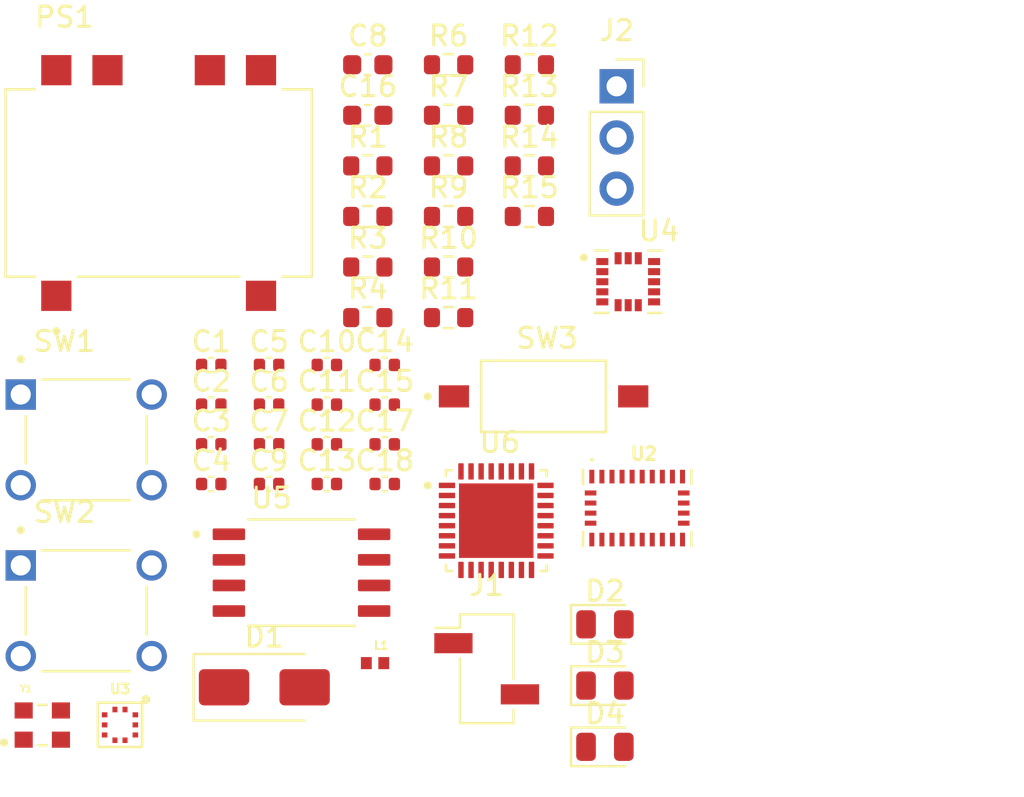
<source format=kicad_pcb>
(kicad_pcb (version 20241229) (generator "pcbnew") (generator_version "9.0")
  (layers (0 "F.Cu" signal) (2 "B.Cu" signal) (13 "F.Paste" user) (15 "B.Paste" user) (5 "F.SilkS" user "F.Silkscreen") (7 "B.SilkS" user "B.Silkscreen") (1 "F.Mask" user) (3 "B.Mask" user) (25 "Edge.Cuts" user))
  (net 0 "")
  (net 1 "Net-(U2-CAP)")
  (net 2 "GND")
  (net 3 "+3.3V")
  (net 4 "Net-(U4-VS)")
  (net 5 "Net-(U5-GND)")
  (net 6 "/ESP ENABLE")
  (net 7 "/VBUS")
  (net 8 "Net-(D1-K)")
  (net 9 "/ESP BOOT")
  (net 10 "Net-(D3-A)")
  (net 11 "Net-(D4-A)")
  (net 12 "Net-(J1-Pin_2)")
  (net 13 "Net-(J2-Pin_2)")
  (net 14 "Net-(J2-Pin_3)")
  (net 15 "/ESP XTAL_P")
  (net 16 "Net-(Y1-OUTPUT)")
  (net 17 "Net-(U2-~{BOOT})")
  (net 18 "/ESP SDA")
  (net 19 "Net-(U6-GPIO8)")
  (net 20 "/ESP SCL")
  (net 21 "Net-(U6-GPIO10)")
  (net 22 "Net-(U2-CLKSEL0)")
  (net 23 "Net-(U5-{slash}WP(IO2))")
  (net 24 "Net-(U5-{slash}HOLD{slash}RESET(IO3))")
  (net 25 "/W25Q128 CS")
  (net 26 "/ADXL372 CS")
  (net 27 "Net-(Y1-TRI-STATE)")
  (net 28 "/BNO085 RST")
  (net 29 "/ESP STATUS")
  (net 46 "/ADXL372 INT")
  (net 48 "/ESP MOSI")
  (net 49 "/ESP SCLK")
  (net 50 "/ESP MISO")
  (footprint "flash_memory_additional:SOIC127P790X216-8N" (layer "F.Cu") (at 151.6425 87.875)
    (property "Reference" "U5" (at -1.485 -3.702 0) (layer "F.SilkS"))
    (property "Value" "W25Q128JVSIQ")
    (fp_line (start -2.64 -2.64) (end 2.64 -2.64) (stroke (width 0.127)) (layer "F.SilkS"))
    (fp_line (start -2.64 2.64) (end 2.64 2.64) (stroke (width 0.127)) (layer "F.SilkS"))
    (fp_circle (center -5.215 -1.905) (end -5.115 -1.905) (stroke (width 0.2)) (fill no) (layer "F.SilkS"))
    (pad "1" smd roundrect (at -3.605 -1.905) (size 1.61 0.58) (layers "F.Cu" "F.Mask" "F.Paste") (roundrect_rratio 0.125) (net 25 "/W25Q128 CS"))
    (pad "2" smd roundrect (at -3.605 -0.635) (size 1.61 0.58) (layers "F.Cu" "F.Mask" "F.Paste") (roundrect_rratio 0.125) (net 50 "/ESP MISO"))
    (pad "3" smd roundrect (at -3.605 0.635) (size 1.61 0.58) (layers "F.Cu" "F.Mask" "F.Paste") (roundrect_rratio 0.125) (net 23 "Net-(U5-{slash}WP(IO2))"))
    (pad "4" smd roundrect (at -3.605 1.905) (size 1.61 0.58) (layers "F.Cu" "F.Mask" "F.Paste") (roundrect_rratio 0.125) (net 5 "Net-(U5-GND)"))
    (pad "5" smd roundrect (at 3.605 1.905) (size 1.61 0.58) (layers "F.Cu" "F.Mask" "F.Paste") (roundrect_rratio 0.125) (net 48 "/ESP MOSI"))
    (pad "6" smd roundrect (at 3.605 0.635) (size 1.61 0.58) (layers "F.Cu" "F.Mask" "F.Paste") (roundrect_rratio 0.125) (net 49 "/ESP SCLK"))
    (pad "7" smd roundrect (at 3.605 -0.635) (size 1.61 0.58) (layers "F.Cu" "F.Mask" "F.Paste") (roundrect_rratio 0.125) (net 24 "Net-(U5-{slash}HOLD{slash}RESET(IO3))"))
    (pad "8" smd roundrect (at 3.605 -1.905) (size 1.61 0.58) (layers "F.Cu" "F.Mask" "F.Paste") (roundrect_rratio 0.125) (net 3 "+3.3V"))
  )
  (footprint "LED_SMD:LED_0805_2012Metric" (layer "F.Cu") (at 166.7025 96.52)
    (property "Reference" "D4" (at 0 -1.65 0) (layer "F.SilkS"))
    (property "Value" "STATUS LED")
    (fp_line (start -1.685 -0.96) (end -1.685 0.96) (stroke (width 0.12)) (layer "F.SilkS"))
    (fp_line (start -1.685 0.96) (end 1 0.96) (stroke (width 0.12)) (layer "F.SilkS"))
    (fp_line (start 1 -0.96) (end -1.685 -0.96) (stroke (width 0.12)) (layer "F.SilkS"))
    (pad "1" smd roundrect (at -0.9375 0) (size 0.975 1.4) (layers "F.Cu" "F.Mask" "F.Paste") (net 2 "GND"))
    (pad "2" smd roundrect (at 0.9375 0) (size 0.975 1.4) (layers "F.Cu" "F.Mask" "F.Paste") (net 11 "Net-(D4-A)"))
  )
  (footprint "inductor_additional:INDC1005X55N" (layer "F.Cu") (at 155.2925 92.365)
    (property "Reference" "L1" (at 0.3 -0.88 0) (layer "F.SilkS") (effects (font (size 0.393701 0.393701))))
    (property "Value" "20 nH")
    (pad "1" smd rect (at -0.432 0) (size 0.54 0.6) (layers "F.Cu" "F.Mask" "F.Paste") (net 16 "Net-(Y1-OUTPUT)"))
    (pad "2" smd rect (at 0.432 0) (size 0.54 0.6) (layers "F.Cu" "F.Mask" "F.Paste") (net 15 "/ESP XTAL_P"))
  )
  (footprint "crystals_additional:OSC_ECS-TXO-2520-33-400-AN-TR" (layer "F.Cu") (at 138.7775 95.44)
    (property "Reference" "Y1" (at -0.812055 -1.805555 0) (layer "F.SilkS") (effects (font (size 0.320417 0.320417))))
    (property "Value" "ECS-TXO-2520-33-400-AN-TR")
    (fp_line (start -0.221 -1) (end 0.221 -1) (stroke (width 0.127)) (layer "F.SilkS"))
    (fp_line (start -0.221 1) (end 0.221 1) (stroke (width 0.127)) (layer "F.SilkS"))
    (fp_circle (center -1.9 0.869) (end -1.8 0.869) (stroke (width 0.2)) (fill no) (layer "F.SilkS"))
    (pad "1" smd rect (at -0.925 0.725) (size 0.9 0.8) (layers "F.Cu" "F.Mask" "F.Paste") (net 27 "Net-(Y1-TRI-STATE)"))
    (pad "2" smd rect (at 0.925 0.725) (size 0.9 0.8) (layers "F.Cu" "F.Mask" "F.Paste") (net 2 "GND"))
    (pad "3" smd rect (at 0.925 -0.725) (size 0.9 0.8) (layers "F.Cu" "F.Mask" "F.Paste") (net 16 "Net-(Y1-OUTPUT)"))
    (pad "4" smd rect (at -0.925 -0.725) (size 0.9 0.8) (layers "F.Cu" "F.Mask" "F.Paste") (net 3 "+3.3V"))
  )
  (footprint "switches_additional:SW_TS02-66-50-BK-100-LCR-D" (layer "F.Cu") (at 140.9565 89.767)
    (property "Reference" "SW2" (at -1.079 -4.889 0) (layer "F.SilkS"))
    (property "Value" "Bootloader button")
    (fp_line (start -3 -1.176) (end -3 1.176) (stroke (width 0.127)) (layer "F.SilkS"))
    (fp_line (start -2.176 -3) (end 2.176 -3) (stroke (width 0.127)) (layer "F.SilkS"))
    (fp_line (start -2.176 3) (end 2.176 3) (stroke (width 0.127)) (layer "F.SilkS"))
    (fp_line (start 3 -1.176) (end 3 1.176) (stroke (width 0.127)) (layer "F.SilkS"))
    (fp_circle (center -3.25 -4.004) (end -3.15 -4.004) (stroke (width 0.2)) (fill no) (layer "F.SilkS"))
    (pad "1" thru_hole rect (at -3.25 -2.25) (size 1.508 1.508) (drill 1) (layers "*.Cu" "*.Mask") (net 9 "/ESP BOOT"))
    (pad "2" thru_hole circle (at 3.25 -2.25) (size 1.508 1.508) (drill 1) (layers "*.Cu" "*.Mask") (net 2 "GND"))
    (pad "3" thru_hole circle (at -3.25 2.25) (size 1.508 1.508) (drill 1) (layers "*.Cu" "*.Mask"))
    (pad "4" thru_hole circle (at 3.25 2.25) (size 1.508 1.508) (drill 1) (layers "*.Cu" "*.Mask"))
  )
  (footprint "Capacitor_SMD:C_0402_1005Metric" (layer "F.Cu") (at 147.1625 77.565)
    (property "Reference" "C1" (at 0 -1.16 0) (layer "F.SilkS"))
    (property "Value" "100 nF")
    (fp_line (start -0.107836 -0.36) (end 0.107836 -0.36) (stroke (width 0.12)) (layer "F.SilkS"))
    (fp_line (start -0.107836 0.36) (end 0.107836 0.36) (stroke (width 0.12)) (layer "F.SilkS"))
    (pad "1" smd roundrect (at -0.48 0) (size 0.56 0.62) (layers "F.Cu" "F.Mask" "F.Paste") (net 2 "GND"))
    (pad "2" smd roundrect (at 0.48 0) (size 0.56 0.62) (layers "F.Cu" "F.Mask" "F.Paste") (net 1 "Net-(U2-CAP)"))
  )
  (footprint "Capacitor_SMD:C_0402_1005Metric" (layer "F.Cu") (at 155.7725 79.535)
    (property "Reference" "C15" (at 0 -1.16 0) (layer "F.SilkS"))
    (property "Value" "100 nF")
    (fp_line (start -0.107836 -0.36) (end 0.107836 -0.36) (stroke (width 0.12)) (layer "F.SilkS"))
    (fp_line (start -0.107836 0.36) (end 0.107836 0.36) (stroke (width 0.12)) (layer "F.SilkS"))
    (pad "1" smd roundrect (at -0.48 0) (size 0.56 0.62) (layers "F.Cu" "F.Mask" "F.Paste") (net 2 "GND"))
    (pad "2" smd roundrect (at 0.48 0) (size 0.56 0.62) (layers "F.Cu" "F.Mask" "F.Paste") (net 3 "+3.3V"))
  )
  (footprint "Capacitor_SMD:C_0402_1005Metric" (layer "F.Cu") (at 150.0325 79.535)
    (property "Reference" "C6" (at 0 -1.16 0) (layer "F.SilkS"))
    (property "Value" "100 nF")
    (fp_line (start -0.107836 -0.36) (end 0.107836 -0.36) (stroke (width 0.12)) (layer "F.SilkS"))
    (fp_line (start -0.107836 0.36) (end 0.107836 0.36) (stroke (width 0.12)) (layer "F.SilkS"))
    (pad "1" smd roundrect (at -0.48 0) (size 0.56 0.62) (layers "F.Cu" "F.Mask" "F.Paste") (net 2 "GND"))
    (pad "2" smd roundrect (at 0.48 0) (size 0.56 0.62) (layers "F.Cu" "F.Mask" "F.Paste") (net 4 "Net-(U4-VS)"))
  )
  (footprint "LED_SMD:LED_0805_2012Metric" (layer "F.Cu") (at 166.7025 93.48)
    (property "Reference" "D3" (at 0 -1.65 0) (layer "F.SilkS"))
    (property "Value" "BOOTLOADER LED")
    (fp_line (start -1.685 -0.96) (end -1.685 0.96) (stroke (width 0.12)) (layer "F.SilkS"))
    (fp_line (start -1.685 0.96) (end 1 0.96) (stroke (width 0.12)) (layer "F.SilkS"))
    (fp_line (start 1 -0.96) (end -1.685 -0.96) (stroke (width 0.12)) (layer "F.SilkS"))
    (pad "1" smd roundrect (at -0.9375 0) (size 0.975 1.4) (layers "F.Cu" "F.Mask" "F.Paste") (net 9 "/ESP BOOT"))
    (pad "2" smd roundrect (at 0.9375 0) (size 0.975 1.4) (layers "F.Cu" "F.Mask" "F.Paste") (net 10 "Net-(D3-A)"))
  )
  (footprint "Capacitor_SMD:C_0402_1005Metric" (layer "F.Cu") (at 147.1625 81.505)
    (property "Reference" "C3" (at 0 -1.16 0) (layer "F.SilkS"))
    (property "Value" "100 nF")
    (fp_line (start -0.107836 -0.36) (end 0.107836 -0.36) (stroke (width 0.12)) (layer "F.SilkS"))
    (fp_line (start -0.107836 0.36) (end 0.107836 0.36) (stroke (width 0.12)) (layer "F.SilkS"))
    (pad "1" smd roundrect (at -0.48 0) (size 0.56 0.62) (layers "F.Cu" "F.Mask" "F.Paste") (net 2 "GND"))
    (pad "2" smd roundrect (at 0.48 0) (size 0.56 0.62) (layers "F.Cu" "F.Mask" "F.Paste") (net 3 "+3.3V"))
  )
  (footprint "microcontrollers_additional:QFN50P500X500X90-33N" (layer "F.Cu") (at 161.3075 85.295)
    (property "Reference" "U6" (at 0.175 -3.885 0) (layer "F.SilkS"))
    (property "Value" "ESP32-C3")
    (fp_line (start -2.5 -2.5) (end -2.5 -2.205) (stroke (width 0.127)) (layer "F.SilkS"))
    (fp_line (start -2.5 2.205) (end -2.5 2.5) (stroke (width 0.127)) (layer "F.SilkS"))
    (fp_line (start -2.5 2.5) (end -2.205 2.5) (stroke (width 0.127)) (layer "F.SilkS"))
    (fp_line (start -2.205 -2.5) (end -2.5 -2.5) (stroke (width 0.127)) (layer "F.SilkS"))
    (fp_line (start 2.205 2.5) (end 2.5 2.5) (stroke (width 0.127)) (layer "F.SilkS"))
    (fp_line (start 2.5 -2.5) (end 2.205 -2.5) (stroke (width 0.127)) (layer "F.SilkS"))
    (fp_line (start 2.5 -2.205) (end 2.5 -2.5) (stroke (width 0.127)) (layer "F.SilkS"))
    (fp_line (start 2.5 2.5) (end 2.5 2.205) (stroke (width 0.127)) (layer "F.SilkS"))
    (fp_circle (center -3.4 -1.75) (end -3.3 -1.75) (stroke (width 0.2)) (fill no) (layer "F.SilkS"))
    (pad "1" smd roundrect (at -2.445 -1.75) (size 0.81 0.27) (layers "F.Cu" "F.Paste") (roundrect_rratio 0.125))
    (pad "2" smd roundrect (at -2.445 -1.25) (size 0.81 0.27) (layers "F.Cu" "F.Paste") (roundrect_rratio 0.125) (net 3 "+3.3V"))
    (pad "3" smd roundrect (at -2.445 -0.75) (size 0.81 0.27) (layers "F.Cu" "F.Paste") (roundrect_rratio 0.125) (net 3 "+3.3V"))
    (pad "4" smd roundrect (at -2.445 -0.25) (size 0.81 0.27) (layers "F.Cu" "F.Paste") (roundrect_rratio 0.125) (net 25 "/W25Q128 CS"))
    (pad "5" smd roundrect (at -2.445 0.25) (size 0.81 0.27) (layers "F.Cu" "F.Paste") (roundrect_rratio 0.125) (net 28 "/BNO085 RST"))
    (pad "6" smd roundrect (at -2.445 0.75) (size 0.81 0.27) (layers "F.Cu" "F.Paste") (roundrect_rratio 0.125))
    (pad "7" smd roundrect (at -2.445 1.25) (size 0.81 0.27) (layers "F.Cu" "F.Paste") (roundrect_rratio 0.125) (net 6 "/ESP ENABLE"))
    (pad "8" smd roundrect (at -2.445 1.75) (size 0.81 0.27) (layers "F.Cu" "F.Paste") (roundrect_rratio 0.125) (net 26 "/ADXL372 CS"))
    (pad "9" smd roundrect (at -1.75 2.445) (size 0.27 0.81) (layers "F.Cu" "F.Paste") (roundrect_rratio 0.125))
    (pad "10" smd roundrect (at -1.25 2.445) (size 0.27 0.81) (layers "F.Cu" "F.Paste") (roundrect_rratio 0.125))
    (pad "11" smd roundrect (at -0.75 2.445) (size 0.27 0.81) (layers "F.Cu" "F.Paste") (roundrect_rratio 0.125) (net 3 "+3.3V"))
    (pad "12" smd roundrect (at -0.25 2.445) (size 0.27 0.81) (layers "F.Cu" "F.Paste") (roundrect_rratio 0.125))
    (pad "13" smd roundrect (at 0.25 2.445) (size 0.27 0.81) (layers "F.Cu" "F.Paste") (roundrect_rratio 0.125))
    (pad "14" smd roundrect (at 0.75 2.445) (size 0.27 0.81) (layers "F.Cu" "F.Paste") (roundrect_rratio 0.125) (net 19 "Net-(U6-GPIO8)"))
    (pad "15" smd roundrect (at 1.25 2.445) (size 0.27 0.81) (layers "F.Cu" "F.Paste") (roundrect_rratio 0.125) (net 9 "/ESP BOOT"))
    (pad "16" smd roundrect (at 1.75 2.445) (size 0.27 0.81) (layers "F.Cu" "F.Paste") (roundrect_rratio 0.125) (net 21 "Net-(U6-GPIO10)"))
    (pad "17" smd roundrect (at 2.445 1.75) (size 0.81 0.27) (layers "F.Cu" "F.Paste") (roundrect_rratio 0.125) (net 3 "+3.3V"))
    (pad "18" smd roundrect (at 2.445 1.25) (size 0.81 0.27) (layers "F.Cu" "F.Paste") (roundrect_rratio 0.125) (net 3 "+3.3V"))
    (pad "19" smd roundrect (at 2.445 0.75) (size 0.81 0.27) (layers "F.Cu" "F.Paste") (roundrect_rratio 0.125))
    (pad "20" smd roundrect (at 2.445 0.25) (size 0.81 0.27) (layers "F.Cu" "F.Paste") (roundrect_rratio 0.125))
    (pad "21" smd roundrect (at 2.445 -0.25) (size 0.81 0.27) (layers "F.Cu" "F.Paste") (roundrect_rratio 0.125))
    (pad "22" smd roundrect (at 2.445 -0.75) (size 0.81 0.27) (layers "F.Cu" "F.Paste") (roundrect_rratio 0.125) (net 49 "/ESP SCLK"))
    (pad "23" smd roundrect (at 2.445 -1.25) (size 0.81 0.27) (layers "F.Cu" "F.Paste") (roundrect_rratio 0.125) (net 50 "/ESP MISO"))
    (pad "24" smd roundrect (at 2.445 -1.75) (size 0.81 0.27) (layers "F.Cu" "F.Paste") (roundrect_rratio 0.125) (net 48 "/ESP MOSI"))
    (pad "25" smd roundrect (at 1.75 -2.445) (size 0.27 0.81) (layers "F.Cu" "F.Paste") (roundrect_rratio 0.125) (net 46 "/ADXL372 INT"))
    (pad "26" smd roundrect (at 1.25 -2.445) (size 0.27 0.81) (layers "F.Cu" "F.Paste") (roundrect_rratio 0.125) (net 29 "/ESP STATUS"))
    (pad "27" smd roundrect (at 0.75 -2.445) (size 0.27 0.81) (layers "F.Cu" "F.Paste") (roundrect_rratio 0.125) (net 14 "Net-(J2-Pin_3)"))
    (pad "28" smd roundrect (at 0.25 -2.445) (size 0.27 0.81) (layers "F.Cu" "F.Paste") (roundrect_rratio 0.125) (net 13 "Net-(J2-Pin_2)"))
    (pad "29" smd roundrect (at -0.25 -2.445) (size 0.27 0.81) (layers "F.Cu" "F.Paste") (roundrect_rratio 0.125))
    (pad "30" smd roundrect (at -0.75 -2.445) (size 0.27 0.81) (layers "F.Cu" "F.Paste") (roundrect_rratio 0.125) (net 15 "/ESP XTAL_P"))
    (pad "31" smd roundrect (at -1.25 -2.445) (size 0.27 0.81) (layers "F.Cu" "F.Paste") (roundrect_rratio 0.125) (net 3 "+3.3V"))
    (pad "32" smd roundrect (at -1.75 -2.445) (size 0.27 0.81) (layers "F.Cu" "F.Paste") (roundrect_rratio 0.125) (net 3 "+3.3V"))
    (pad "33" smd rect (at 0 0) (size 3.7 3.7) (layers "F.Cu") (net 2 "GND"))
  )
  (footprint "Capacitor_SMD:C_0402_1005Metric" (layer "F.Cu") (at 152.9025 77.565)
    (property "Reference" "C10" (at 0 -1.16 0) (layer "F.SilkS"))
    (property "Value" "100 nF")
    (fp_line (start -0.107836 -0.36) (end 0.107836 -0.36) (stroke (width 0.12)) (layer "F.SilkS"))
    (fp_line (start -0.107836 0.36) (end 0.107836 0.36) (stroke (width 0.12)) (layer "F.SilkS"))
    (pad "1" smd roundrect (at -0.48 0) (size 0.56 0.62) (layers "F.Cu" "F.Mask" "F.Paste") (net 2 "GND"))
    (pad "2" smd roundrect (at 0.48 0) (size 0.56 0.62) (layers "F.Cu" "F.Mask" "F.Paste") (net 5 "Net-(U5-GND)"))
  )
  (footprint "switches_additional:SW_TS02-66-50-BK-100-LCR-D" (layer "F.Cu") (at 140.9565 81.284)
    (property "Reference" "SW1" (at -1.079 -4.889 0) (layer "F.SilkS"))
    (property "Value" "Reset button")
    (fp_line (start -3 -1.176) (end -3 1.176) (stroke (width 0.127)) (layer "F.SilkS"))
    (fp_line (start -2.176 -3) (end 2.176 -3) (stroke (width 0.127)) (layer "F.SilkS"))
    (fp_line (start -2.176 3) (end 2.176 3) (stroke (width 0.127)) (layer "F.SilkS"))
    (fp_line (start 3 -1.176) (end 3 1.176) (stroke (width 0.127)) (layer "F.SilkS"))
    (fp_circle (center -3.25 -4.004) (end -3.15 -4.004) (stroke (width 0.2)) (fill no) (layer "F.SilkS"))
    (pad "1" thru_hole rect (at -3.25 -2.25) (size 1.508 1.508) (drill 1) (layers "*.Cu" "*.Mask") (net 6 "/ESP ENABLE"))
    (pad "2" thru_hole circle (at 3.25 -2.25) (size 1.508 1.508) (drill 1) (layers "*.Cu" "*.Mask") (net 2 "GND"))
    (pad "3" thru_hole circle (at -3.25 2.25) (size 1.508 1.508) (drill 1) (layers "*.Cu" "*.Mask"))
    (pad "4" thru_hole circle (at 3.25 2.25) (size 1.508 1.508) (drill 1) (layers "*.Cu" "*.Mask"))
  )
  (footprint "switches_additional:SW_DS04-254-2-01BK-SMT" (layer "F.Cu") (at 163.6575 79.125)
    (property "Reference" "SW3" (at 0.175 -2.885 0) (layer "F.SilkS"))
    (property "Value" "SW_SPST")
    (fp_line (start -3.1 -1.77) (end 3.1 -1.77) (stroke (width 0.127)) (layer "F.SilkS"))
    (fp_line (start -3.1 1.77) (end -3.1 -1.77) (stroke (width 0.127)) (layer "F.SilkS"))
    (fp_line (start 3.1 -1.77) (end 3.1 1.77) (stroke (width 0.127)) (layer "F.SilkS"))
    (fp_line (start 3.1 1.77) (end -3.1 1.77) (stroke (width 0.127)) (layer "F.SilkS"))
    (fp_circle (center -5.75 0) (end -5.65 0) (stroke (width 0.2)) (fill no) (layer "F.SilkS"))
    (pad "1" smd rect (at -4.45 0) (size 1.5 1.1) (layers "F.Cu" "F.Mask" "F.Paste") (net 7 "/VBUS"))
    (pad "2" smd rect (at 4.45 0) (size 1.5 1.1) (layers "F.Cu" "F.Mask" "F.Paste") (net 12 "Net-(J1-Pin_2)"))
  )
  (footprint "sensor_motion_additional:IC_BNO085" (layer "F.Cu") (at 168.3025 84.67)
    (property "Reference" "U2" (at 0.332 -2.6936 0) (layer "F.SilkS") (effects (font (size 0.64 0.64))))
    (property "Value" "BNO085")
    (fp_line (start -2.6885 -1.9) (end -2.6885 -1.1885) (stroke (width 0.127)) (layer "F.SilkS"))
    (fp_line (start -2.6885 1.9) (end -2.6885 1.1885) (stroke (width 0.127)) (layer "F.SilkS"))
    (fp_line (start 2.6885 -1.9) (end 2.6885 -1.1885) (stroke (width 0.127)) (layer "F.SilkS"))
    (fp_line (start 2.6885 1.9) (end 2.6885 1.1885) (stroke (width 0.127)) (layer "F.SilkS"))
    (fp_circle (center -2.25 -2.4) (end -2.2 -2.4) (stroke (width 0.1)) (fill no) (layer "F.SilkS"))
    (pad "1" smd rect (at -2.25 -1.5625) (size 0.25 0.675) (layers "F.Cu" "F.Mask" "F.Paste"))
    (pad "2" smd rect (at -2.3125 -0.75) (size 0.575 0.25) (layers "F.Cu" "F.Mask" "F.Paste") (net 2 "GND"))
    (pad "3" smd rect (at -2.3125 -0.25) (size 0.575 0.25) (layers "F.Cu" "F.Mask" "F.Paste") (net 3 "+3.3V"))
    (pad "4" smd rect (at -2.3125 0.25) (size 0.575 0.25) (layers "F.Cu" "F.Mask" "F.Paste") (net 17 "Net-(U2-~{BOOT})"))
    (pad "5" smd rect (at -2.3125 0.75) (size 0.575 0.25) (layers "F.Cu" "F.Mask" "F.Paste") (net 2 "GND"))
    (pad "6" smd rect (at -2.25 1.5625) (size 0.25 0.675) (layers "F.Cu" "F.Mask" "F.Paste") (net 2 "GND"))
    (pad "7" smd rect (at -1.75 1.5625) (size 0.25 0.675) (layers "F.Cu" "F.Mask" "F.Paste"))
    (pad "8" smd rect (at -1.25 1.5625) (size 0.25 0.675) (layers "F.Cu" "F.Mask" "F.Paste"))
    (pad "9" smd rect (at -0.75 1.5625) (size 0.25 0.675) (layers "F.Cu" "F.Mask" "F.Paste") (net 1 "Net-(U2-CAP)"))
    (pad "10" smd rect (at -0.25 1.5625) (size 0.25 0.675) (layers "F.Cu" "F.Mask" "F.Paste") (net 22 "Net-(U2-CLKSEL0)"))
    (pad "11" smd rect (at 0.25 1.5625) (size 0.25 0.675) (layers "F.Cu" "F.Mask" "F.Paste") (net 28 "/BNO085 RST"))
    (pad "12" smd rect (at 0.75 1.5625) (size 0.25 0.675) (layers "F.Cu" "F.Mask" "F.Paste"))
    (pad "13" smd rect (at 1.25 1.5625) (size 0.25 0.675) (layers "F.Cu" "F.Mask" "F.Paste"))
    (pad "14" smd rect (at 1.75 1.5625) (size 0.25 0.675) (layers "F.Cu" "F.Mask" "F.Paste"))
    (pad "15" smd rect (at 2.25 1.5625) (size 0.25 0.675) (layers "F.Cu" "F.Mask" "F.Paste"))
    (pad "16" smd rect (at 2.3125 0.75) (size 0.575 0.25) (layers "F.Cu" "F.Mask" "F.Paste"))
    (pad "17" smd rect (at 2.3125 0.25) (size 0.575 0.25) (layers "F.Cu" "F.Mask" "F.Paste") (net 2 "GND"))
    (pad "18" smd rect (at 2.3125 -0.25) (size 0.575 0.25) (layers "F.Cu" "F.Mask" "F.Paste"))
    (pad "19" smd rect (at 2.3125 -0.75) (size 0.575 0.25) (layers "F.Cu" "F.Mask" "F.Paste") (net 20 "/ESP SCL"))
    (pad "20" smd rect (at 2.25 -1.5625) (size 0.25 0.675) (layers "F.Cu" "F.Mask" "F.Paste") (net 18 "/ESP SDA"))
    (pad "21" smd rect (at 1.75 -1.5625) (size 0.25 0.675) (layers "F.Cu" "F.Mask" "F.Paste"))
    (pad "22" smd rect (at 1.25 -1.5625) (size 0.25 0.675) (layers "F.Cu" "F.Mask" "F.Paste"))
    (pad "23" smd rect (at 0.75 -1.5625) (size 0.25 0.675) (layers "F.Cu" "F.Mask" "F.Paste"))
    (pad "24" smd rect (at 0.25 -1.5625) (size 0.25 0.675) (layers "F.Cu" "F.Mask" "F.Paste"))
    (pad "25" smd rect (at -0.25 -1.5625) (size 0.25 0.675) (layers "F.Cu" "F.Mask" "F.Paste") (net 2 "GND"))
    (pad "26" smd rect (at -0.75 -1.5625) (size 0.25 0.675) (layers "F.Cu" "F.Mask" "F.Paste"))
    (pad "27" smd rect (at -1.25 -1.5625) (size 0.25 0.675) (layers "F.Cu" "F.Mask" "F.Paste"))
    (pad "28" smd rect (at -1.75 -1.5625) (size 0.25 0.675) (layers "F.Cu" "F.Mask" "F.Paste") (net 3 "+3.3V"))
  )
  (footprint "sensor_pressure_additional:BMP581" (layer "F.Cu") (at 142.6325 95.430753)
    (property "Reference" "U3" (at 0 -1.778 0) (layer "F.SilkS") (effects (font (size 0.48 0.48))))
    (property "Value" "BMP581")
    (fp_line (start -1.1 -1.1) (end 1.1 -1.1) (stroke (width 0.127)) (layer "F.SilkS"))
    (fp_line (start -1.1 1.1) (end -1.1 -1.1) (stroke (width 0.127)) (layer "F.SilkS"))
    (fp_line (start 1.1 -1.1) (end 1.1 1.1) (stroke (width 0.127)) (layer "F.SilkS"))
    (fp_line (start 1.1 1.1) (end -1.1 1.1) (stroke (width 0.127)) (layer "F.SilkS"))
    (fp_circle (center 1.282 -1.258) (end 1.327253 -1.258) (stroke (width 0.175)) (fill no) (layer "F.SilkS"))
    (pad "1" smd rect (at 0.25 -0.7625) (size 0.25 0.275) (layers "F.Cu" "F.Mask") (net 3 "+3.3V"))
    (pad "2" smd rect (at -0.25 -0.7625) (size 0.25 0.275) (layers "F.Cu" "F.Mask") (net 20 "/ESP SCL"))
    (pad "3" smd rect (at -0.7625 -0.5) (size 0.275 0.25) (layers "F.Cu" "F.Mask") (net 2 "GND"))
    (pad "4" smd rect (at -0.7625 0) (size 0.275 0.25) (layers "F.Cu" "F.Mask") (net 18 "/ESP SDA"))
    (pad "5" smd rect (at -0.7625 0.5) (size 0.275 0.25) (layers "F.Cu" "F.Mask") (net 2 "GND"))
    (pad "6" smd rect (at -0.25 0.7625) (size 0.25 0.275) (layers "F.Cu" "F.Mask") (net 3 "+3.3V"))
    (pad "7" smd rect (at 0.25 0.7625) (size 0.25 0.275) (layers "F.Cu" "F.Mask"))
    (pad "8" smd rect (at 0.7625 0.5) (size 0.275 0.25) (layers "F.Cu" "F.Mask") (net 2 "GND"))
    (pad "9" smd rect (at 0.7625 0) (size 0.275 0.25) (layers "F.Cu" "F.Mask") (net 2 "GND"))
    (pad "10" smd rect (at 0.7625 -0.5) (size 0.275 0.25) (layers "F.Cu" "F.Mask") (net 3 "+3.3V"))
  )
  (footprint "regulators:CONV_TSR_1-2433SM" (layer "F.Cu") (at 144.5525 68.535)
    (property "Reference" "PS1" (at -4.675 -8.235 0) (layer "F.SilkS"))
    (property "Value" "TSR_1-2433SM")
    (fp_line (start -7.6 -4.65) (end -7.6 4.65) (stroke (width 0.127)) (layer "F.SilkS"))
    (fp_line (start -7.6 4.65) (end -6.15 4.65) (stroke (width 0.127)) (layer "F.SilkS"))
    (fp_line (start -6.15 -4.65) (end -7.6 -4.65) (stroke (width 0.127)) (layer "F.SilkS"))
    (fp_line (start -4.01 4.65) (end 4.01 4.65) (stroke (width 0.127)) (layer "F.SilkS"))
    (fp_line (start 6.15 4.65) (end 7.6 4.65) (stroke (width 0.127)) (layer "F.SilkS"))
    (fp_line (start 7.6 -4.65) (end 6.15 -4.65) (stroke (width 0.127)) (layer "F.SilkS"))
    (fp_line (start 7.6 4.65) (end 7.6 -4.65) (stroke (width 0.127)) (layer "F.SilkS"))
    (fp_circle (center -5.08 7.35) (end -4.98 7.35) (stroke (width 0.2)) (fill no) (layer "F.SilkS"))
    (pad "1" smd rect (at -5.08 5.6) (size 1.5 1.5) (layers "F.Cu" "F.Mask" "F.Paste") (net 8 "Net-(D1-K)"))
    (pad "5" smd rect (at 5.08 5.6) (size 1.5 1.5) (layers "F.Cu" "F.Mask" "F.Paste") (net 3 "+3.3V"))
    (pad "6" smd rect (at 5.08 -5.6) (size 1.5 1.5) (layers "F.Cu" "F.Mask" "F.Paste"))
    (pad "7" smd rect (at 2.54 -5.6) (size 1.5 1.5) (layers "F.Cu" "F.Mask" "F.Paste") (net 2 "GND"))
    (pad "9" smd rect (at -2.54 -5.6) (size 1.5 1.5) (layers "F.Cu" "F.Mask" "F.Paste") (net 2 "GND"))
    (pad "10" smd rect (at -5.08 -5.6) (size 1.5 1.5) (layers "F.Cu" "F.Mask" "F.Paste"))
  )
  (footprint "Resistor_SMD:R_0603_1608Metric" (layer "F.Cu") (at 158.9425 65.175)
    (property "Reference" "R7" (at 0 -1.43 0) (layer "F.SilkS"))
    (property "Value" "10k")
    (fp_line (start -0.237258 -0.5225) (end 0.237258 -0.5225) (stroke (width 0.12)) (layer "F.SilkS"))
    (fp_line (start -0.237258 0.5225) (end 0.237258 0.5225) (stroke (width 0.12)) (layer "F.SilkS"))
    (pad "1" smd roundrect (at -0.825 0) (size 0.8 0.95) (layers "F.Cu" "F.Mask" "F.Paste") (net 24 "Net-(U5-{slash}HOLD{slash}RESET(IO3))"))
    (pad "2" smd roundrect (at 0.825 0) (size 0.8 0.95) (layers "F.Cu" "F.Mask" "F.Paste") (net 3 "+3.3V"))
  )
  (footprint "Resistor_SMD:R_0603_1608Metric" (layer "F.Cu") (at 154.9325 72.705)
    (property "Reference" "R3" (at 0 -1.43 0) (layer "F.SilkS"))
    (property "Value" "4.7k")
    (fp_line (start -0.237258 -0.5225) (end 0.237258 -0.5225) (stroke (width 0.12)) (layer "F.SilkS"))
    (fp_line (start -0.237258 0.5225) (end 0.237258 0.5225) (stroke (width 0.12)) (layer "F.SilkS"))
    (pad "1" smd roundrect (at -0.825 0) (size 0.8 0.95) (layers "F.Cu" "F.Mask" "F.Paste") (net 21 "Net-(U6-GPIO10)"))
    (pad "2" smd roundrect (at 0.825 0) (size 0.8 0.95) (layers "F.Cu" "F.Mask" "F.Paste") (net 20 "/ESP SCL"))
  )
  (footprint "Resistor_SMD:R_0603_1608Metric" (layer "F.Cu") (at 158.9425 67.685)
    (property "Reference" "R8" (at 0 -1.43 0) (layer "F.SilkS"))
    (property "Value" "10k")
    (fp_line (start -0.237258 -0.5225) (end 0.237258 -0.5225) (stroke (width 0.12)) (layer "F.SilkS"))
    (fp_line (start -0.237258 0.5225) (end 0.237258 0.5225) (stroke (width 0.12)) (layer "F.SilkS"))
    (pad "1" smd roundrect (at -0.825 0) (size 0.8 0.95) (layers "F.Cu" "F.Mask" "F.Paste") (net 25 "/W25Q128 CS"))
    (pad "2" smd roundrect (at 0.825 0) (size 0.8 0.95) (layers "F.Cu" "F.Mask" "F.Paste") (net 3 "+3.3V"))
  )
  (footprint "Resistor_SMD:R_0603_1608Metric" (layer "F.Cu") (at 154.9325 75.215)
    (property "Reference" "R4" (at 0 -1.43 0) (layer "F.SilkS"))
    (property "Value" "10k")
    (fp_line (start -0.237258 -0.5225) (end 0.237258 -0.5225) (stroke (width 0.12)) (layer "F.SilkS"))
    (fp_line (start -0.237258 0.5225) (end 0.237258 0.5225) (stroke (width 0.12)) (layer "F.SilkS"))
    (pad "1" smd roundrect (at -0.825 0) (size 0.8 0.95) (layers "F.Cu" "F.Mask" "F.Paste") (net 22 "Net-(U2-CLKSEL0)"))
    (pad "2" smd roundrect (at 0.825 0) (size 0.8 0.95) (layers "F.Cu" "F.Mask" "F.Paste") (net 3 "+3.3V"))
  )
  (footprint "Capacitor_SMD:C_0402_1005Metric" (layer "F.Cu") (at 147.1625 79.535)
    (property "Reference" "C2" (at 0 -1.16 0) (layer "F.SilkS"))
    (property "Value" "100 nF")
    (fp_line (start -0.107836 -0.36) (end 0.107836 -0.36) (stroke (width 0.12)) (layer "F.SilkS"))
    (fp_line (start -0.107836 0.36) (end 0.107836 0.36) (stroke (width 0.12)) (layer "F.SilkS"))
    (pad "1" smd roundrect (at -0.48 0) (size 0.56 0.62) (layers "F.Cu" "F.Mask" "F.Paste") (net 3 "+3.3V"))
    (pad "2" smd roundrect (at 0.48 0) (size 0.56 0.62) (layers "F.Cu" "F.Mask" "F.Paste") (net 2 "GND"))
  )
  (footprint "Capacitor_SMD:C_0402_1005Metric" (layer "F.Cu") (at 152.9025 83.475)
    (property "Reference" "C13" (at 0 -1.16 0) (layer "F.SilkS"))
    (property "Value" "100 nF")
    (fp_line (start -0.107836 -0.36) (end 0.107836 -0.36) (stroke (width 0.12)) (layer "F.SilkS"))
    (fp_line (start -0.107836 0.36) (end 0.107836 0.36) (stroke (width 0.12)) (layer "F.SilkS"))
    (pad "1" smd roundrect (at -0.48 0) (size 0.56 0.62) (layers "F.Cu" "F.Mask" "F.Paste") (net 2 "GND"))
    (pad "2" smd roundrect (at 0.48 0) (size 0.56 0.62) (layers "F.Cu" "F.Mask" "F.Paste") (net 3 "+3.3V"))
  )
  (footprint "Capacitor_SMD:C_0402_1005Metric" (layer "F.Cu") (at 147.1625 83.475)
    (property "Reference" "C4" (at 0 -1.16 0) (layer "F.SilkS"))
    (property "Value" "100 nF")
    (fp_line (start -0.107836 -0.36) (end 0.107836 -0.36) (stroke (width 0.12)) (layer "F.SilkS"))
    (fp_line (start -0.107836 0.36) (end 0.107836 0.36) (stroke (width 0.12)) (layer "F.SilkS"))
    (pad "1" smd roundrect (at -0.48 0) (size 0.56 0.62) (layers "F.Cu" "F.Mask" "F.Paste") (net 2 "GND"))
    (pad "2" smd roundrect (at 0.48 0) (size 0.56 0.62) (layers "F.Cu" "F.Mask" "F.Paste") (net 3 "+3.3V"))
  )
  (footprint "Resistor_SMD:R_0603_1608Metric" (layer "F.Cu") (at 158.9425 70.195)
    (property "Reference" "R9" (at 0 -1.43 0) (layer "F.SilkS"))
    (property "Value" "4.7k")
    (fp_line (start -0.237258 -0.5225) (end 0.237258 -0.5225) (stroke (width 0.12)) (layer "F.SilkS"))
    (fp_line (start -0.237258 0.5225) (end 0.237258 0.5225) (stroke (width 0.12)) (layer "F.SilkS"))
    (pad "1" smd roundrect (at -0.825 0) (size 0.8 0.95) (layers "F.Cu" "F.Mask" "F.Paste") (net 26 "/ADXL372 CS"))
    (pad "2" smd roundrect (at 0.825 0) (size 0.8 0.95) (layers "F.Cu" "F.Mask" "F.Paste") (net 3 "+3.3V"))
  )
  (footprint "Resistor_SMD:R_0603_1608Metric" (layer "F.Cu") (at 162.9525 67.685)
    (property "Reference" "R14" (at 0 -1.43 0) (layer "F.SilkS"))
    (property "Value" "1k")
    (fp_line (start -0.237258 -0.5225) (end 0.237258 -0.5225) (stroke (width 0.12)) (layer "F.SilkS"))
    (fp_line (start -0.237258 0.5225) (end 0.237258 0.5225) (stroke (width 0.12)) (layer "F.SilkS"))
    (pad "1" smd roundrect (at -0.825 0) (size 0.8 0.95) (layers "F.Cu" "F.Mask" "F.Paste") (net 3 "+3.3V"))
    (pad "2" smd roundrect (at 0.825 0) (size 0.8 0.95) (layers "F.Cu" "F.Mask" "F.Paste") (net 10 "Net-(D3-A)"))
  )
  (footprint "Capacitor_SMD:C_0402_1005Metric" (layer "F.Cu") (at 152.9025 79.535)
    (property "Reference" "C11" (at 0 -1.16 0) (layer "F.SilkS"))
    (property "Value" "100 nF")
    (fp_line (start -0.107836 -0.36) (end 0.107836 -0.36) (stroke (width 0.12)) (layer "F.SilkS"))
    (fp_line (start -0.107836 0.36) (end 0.107836 0.36) (stroke (width 0.12)) (layer "F.SilkS"))
    (pad "1" smd roundrect (at -0.48 0) (size 0.56 0.62) (layers "F.Cu" "F.Mask" "F.Paste") (net 2 "GND"))
    (pad "2" smd roundrect (at 0.48 0) (size 0.56 0.62) (layers "F.Cu" "F.Mask" "F.Paste") (net 3 "+3.3V"))
  )
  (footprint "Capacitor_SMD:C_0402_1005Metric" (layer "F.Cu") (at 152.9025 81.505)
    (property "Reference" "C12" (at 0 -1.16 0) (layer "F.SilkS"))
    (property "Value" "100 nF")
    (fp_line (start -0.107836 -0.36) (end 0.107836 -0.36) (stroke (width 0.12)) (layer "F.SilkS"))
    (fp_line (start -0.107836 0.36) (end 0.107836 0.36) (stroke (width 0.12)) (layer "F.SilkS"))
    (pad "1" smd roundrect (at -0.48 0) (size 0.56 0.62) (layers "F.Cu" "F.Mask" "F.Paste") (net 2 "GND"))
    (pad "2" smd roundrect (at 0.48 0) (size 0.56 0.62) (layers "F.Cu" "F.Mask" "F.Paste") (net 3 "+3.3V"))
  )
  (footprint "Resistor_SMD:R_0603_1608Metric" (layer "F.Cu") (at 154.9325 67.685)
    (property "Reference" "R1" (at 0 -1.43 0) (layer "F.SilkS"))
    (property "Value" "10k")
    (fp_line (start -0.237258 -0.5225) (end 0.237258 -0.5225) (stroke (width 0.12)) (layer "F.SilkS"))
    (fp_line (start -0.237258 0.5225) (end 0.237258 0.5225) (stroke (width 0.12)) (layer "F.SilkS"))
    (pad "1" smd roundrect (at -0.825 0) (size 0.8 0.95) (layers "F.Cu" "F.Mask" "F.Paste") (net 17 "Net-(U2-~{BOOT})"))
    (pad "2" smd roundrect (at 0.825 0) (size 0.8 0.95) (layers "F.Cu" "F.Mask" "F.Paste") (net 3 "+3.3V"))
  )
  (footprint "Connector_PinSocket_2.54mm:PinSocket_1x02_P2.54mm_Vertical_SMD_Pin1Left" (layer "F.Cu") (at 160.8325 92.645)
    (property "Reference" "J1" (at 0 -4.14 0) (layer "F.SilkS"))
    (property "Value" "Conn_01x02_Pin")
    (fp_line (start -2.54 -2.03) (end -1.33 -2.03) (stroke (width 0.12)) (layer "F.SilkS"))
    (fp_line (start -1.33 -2.7) (end -1.33 -2.03) (stroke (width 0.12)) (layer "F.SilkS"))
    (fp_line (start -1.33 -2.7) (end 1.33 -2.7) (stroke (width 0.12)) (layer "F.SilkS"))
    (fp_line (start -1.33 -0.51) (end -1.33 2.7) (stroke (width 0.12)) (layer "F.SilkS"))
    (fp_line (start -1.33 2.7) (end 1.33 2.7) (stroke (width 0.12)) (layer "F.SilkS"))
    (fp_line (start 1.33 -2.7) (end 1.33 0.51) (stroke (width 0.12)) (layer "F.SilkS"))
    (fp_line (start 1.33 2.03) (end 1.33 2.7) (stroke (width 0.12)) (layer "F.SilkS"))
    (pad "1" smd rect (at -1.65 -1.27) (size 1.9 1) (layers "F.Cu" "F.Mask" "F.Paste") (net 2 "GND"))
    (pad "2" smd rect (at 1.65 1.27) (size 1.9 1) (layers "F.Cu" "F.Mask" "F.Paste") (net 12 "Net-(J1-Pin_2)"))
  )
  (footprint "Resistor_SMD:R_0603_1608Metric" (layer "F.Cu") (at 162.9525 70.195)
    (property "Reference" "R15" (at 0 -1.43 0) (layer "F.SilkS"))
    (property "Value" "1k")
    (fp_line (start -0.237258 -0.5225) (end 0.237258 -0.5225) (stroke (width 0.12)) (layer "F.SilkS"))
    (fp_line (start -0.237258 0.5225) (end 0.237258 0.5225) (stroke (width 0.12)) (layer "F.SilkS"))
    (pad "1" smd roundrect (at -0.825 0) (size 0.8 0.95) (layers "F.Cu" "F.Mask" "F.Paste") (net 29 "/ESP STATUS"))
    (pad "2" smd roundrect (at 0.825 0) (size 0.8 0.95) (layers "F.Cu" "F.Mask" "F.Paste") (net 11 "Net-(D4-A)"))
  )
  (footprint "Resistor_SMD:R_0603_1608Metric" (layer "F.Cu") (at 158.9425 62.665)
    (property "Reference" "R6" (at 0 -1.43 0) (layer "F.SilkS"))
    (property "Value" "10k")
    (fp_line (start -0.237258 -0.5225) (end 0.237258 -0.5225) (stroke (width 0.12)) (layer "F.SilkS"))
    (fp_line (start -0.237258 0.5225) (end 0.237258 0.5225) (stroke (width 0.12)) (layer "F.SilkS"))
    (pad "1" smd roundrect (at -0.825 0) (size 0.8 0.95) (layers "F.Cu" "F.Mask" "F.Paste") (net 23 "Net-(U5-{slash}WP(IO2))"))
    (pad "2" smd roundrect (at 0.825 0) (size 0.8 0.95) (layers "F.Cu" "F.Mask" "F.Paste") (net 3 "+3.3V"))
  )
  (footprint "Capacitor_SMD:C_0402_1005Metric" (layer "F.Cu") (at 155.7725 77.565)
    (property "Reference" "C14" (at 0 -1.16 0) (layer "F.SilkS"))
    (property "Value" "100 nF")
    (fp_line (start -0.107836 -0.36) (end 0.107836 -0.36) (stroke (width 0.12)) (layer "F.SilkS"))
    (fp_line (start -0.107836 0.36) (end 0.107836 0.36) (stroke (width 0.12)) (layer "F.SilkS"))
    (pad "1" smd roundrect (at -0.48 0) (size 0.56 0.62) (layers "F.Cu" "F.Mask" "F.Paste") (net 2 "GND"))
    (pad "2" smd roundrect (at 0.48 0) (size 0.56 0.62) (layers "F.Cu" "F.Mask" "F.Paste") (net 3 "+3.3V"))
  )
  (footprint "Resistor_SMD:R_0603_1608Metric" (layer "F.Cu") (at 162.9525 65.175)
    (property "Reference" "R13" (at 0 -1.43 0) (layer "F.SilkS"))
    (property "Value" "10k")
    (fp_line (start -0.237258 -0.5225) (end 0.237258 -0.5225) (stroke (width 0.12)) (layer "F.SilkS"))
    (fp_line (start -0.237258 0.5225) (end 0.237258 0.5225) (stroke (width 0.12)) (layer "F.SilkS"))
    (pad "1" smd roundrect (at -0.825 0) (size 0.8 0.95) (layers "F.Cu" "F.Mask" "F.Paste") (net 28 "/BNO085 RST"))
    (pad "2" smd roundrect (at 0.825 0) (size 0.8 0.95) (layers "F.Cu" "F.Mask" "F.Paste") (net 3 "+3.3V"))
  )
  (footprint "Capacitor_SMD:C_0603_1608Metric" (layer "F.Cu") (at 154.9325 65.175)
    (property "Reference" "C16" (at 0 -1.43 0) (layer "F.SilkS"))
    (property "Value" "4700 nF")
    (fp_line (start -0.14058 -0.51) (end 0.14058 -0.51) (stroke (width 0.12)) (layer "F.SilkS"))
    (fp_line (start -0.14058 0.51) (end 0.14058 0.51) (stroke (width 0.12)) (layer "F.SilkS"))
    (pad "1" smd roundrect (at -0.775 0) (size 0.9 0.95) (layers "F.Cu" "F.Mask" "F.Paste") (net 2 "GND"))
    (pad "2" smd roundrect (at 0.775 0) (size 0.9 0.95) (layers "F.Cu" "F.Mask" "F.Paste") (net 3 "+3.3V"))
  )
  (footprint "Capacitor_SMD:C_0402_1005Metric" (layer "F.Cu") (at 150.0325 77.565)
    (property "Reference" "C5" (at 0 -1.16 0) (layer "F.SilkS"))
    (property "Value" "100 nF")
    (fp_line (start -0.107836 -0.36) (end 0.107836 -0.36) (stroke (width 0.12)) (layer "F.SilkS"))
    (fp_line (start -0.107836 0.36) (end 0.107836 0.36) (stroke (width 0.12)) (layer "F.SilkS"))
    (pad "1" smd roundrect (at -0.48 0) (size 0.56 0.62) (layers "F.Cu" "F.Mask" "F.Paste") (net 2 "GND"))
    (pad "2" smd roundrect (at 0.48 0) (size 0.56 0.62) (layers "F.Cu" "F.Mask" "F.Paste") (net 3 "+3.3V"))
  )
  (footprint "Capacitor_SMD:C_0402_1005Metric" (layer "F.Cu") (at 150.0325 81.505)
    (property "Reference" "C7" (at 0 -1.16 0) (layer "F.SilkS"))
    (property "Value" "100 nF")
    (fp_line (start -0.107836 -0.36) (end 0.107836 -0.36) (stroke (width 0.12)) (layer "F.SilkS"))
    (fp_line (start -0.107836 0.36) (end 0.107836 0.36) (stroke (width 0.12)) (layer "F.SilkS"))
    (pad "1" smd roundrect (at -0.48 0) (size 0.56 0.62) (layers "F.Cu" "F.Mask" "F.Paste") (net 2 "GND"))
    (pad "2" smd roundrect (at 0.48 0) (size 0.56 0.62) (layers "F.Cu" "F.Mask" "F.Paste") (net 3 "+3.3V"))
  )
  (footprint "Diode_SMD:D_SMA" (layer "F.Cu") (at 149.7975 93.565)
    (property "Reference" "D1" (at 0 -2.5 0) (layer "F.SilkS"))
    (property "Value" "SS14")
    (fp_line (start -3.51 -1.65) (end -3.51 1.65) (stroke (width 0.12)) (layer "F.SilkS"))
    (fp_line (start -3.51 -1.65) (end 2 -1.65) (stroke (width 0.12)) (layer "F.SilkS"))
    (fp_line (start -3.51 1.65) (end 2 1.65) (stroke (width 0.12)) (layer "F.SilkS"))
    (pad "1" smd roundrect (at -2 0) (size 2.5 1.8) (layers "F.Cu" "F.Mask" "F.Paste") (roundrect_rratio 0.1388888889) (net 8 "Net-(D1-K)"))
    (pad "2" smd roundrect (at 2 0) (size 2.5 1.8) (layers "F.Cu" "F.Mask" "F.Paste") (roundrect_rratio 0.1388888889) (net 7 "/VBUS"))
  )
  (footprint "Resistor_SMD:R_0603_1608Metric" (layer "F.Cu") (at 154.9325 70.195)
    (property "Reference" "R2" (at 0 -1.43 0) (layer "F.SilkS"))
    (property "Value" "4.7k")
    (fp_line (start -0.237258 -0.5225) (end 0.237258 -0.5225) (stroke (width 0.12)) (layer "F.SilkS"))
    (fp_line (start -0.237258 0.5225) (end 0.237258 0.5225) (stroke (width 0.12)) (layer "F.SilkS"))
    (pad "1" smd roundrect (at -0.825 0) (size 0.8 0.95) (layers "F.Cu" "F.Mask" "F.Paste") (net 19 "Net-(U6-GPIO8)"))
    (pad "2" smd roundrect (at 0.825 0) (size 0.8 0.95) (layers "F.Cu" "F.Mask" "F.Paste") (net 18 "/ESP SDA"))
  )
  (footprint "Resistor_SMD:R_0603_1608Metric" (layer "F.Cu") (at 158.9425 75.215)
    (property "Reference" "R11" (at 0 -1.43 0) (layer "F.SilkS"))
    (property "Value" "10k")
    (fp_line (start -0.237258 -0.5225) (end 0.237258 -0.5225) (stroke (width 0.12)) (layer "F.SilkS"))
    (fp_line (start -0.237258 0.5225) (end 0.237258 0.5225) (stroke (width 0.12)) (layer "F.SilkS"))
    (pad "1" smd roundrect (at -0.825 0) (size 0.8 0.95) (layers "F.Cu" "F.Mask" "F.Paste") (net 6 "/ESP ENABLE"))
    (pad "2" smd roundrect (at 0.825 0) (size 0.8 0.95) (layers "F.Cu" "F.Mask" "F.Paste") (net 3 "+3.3V"))
  )
  (footprint "Capacitor_SMD:C_0402_1005Metric" (layer "F.Cu") (at 155.7725 81.505)
    (property "Reference" "C17" (at 0 -1.16 0) (layer "F.SilkS"))
    (property "Value" "100 nF")
    (fp_line (start -0.107836 -0.36) (end 0.107836 -0.36) (stroke (width 0.12)) (layer "F.SilkS"))
    (fp_line (start -0.107836 0.36) (end 0.107836 0.36) (stroke (width 0.12)) (layer "F.SilkS"))
    (pad "1" smd roundrect (at -0.48 0) (size 0.56 0.62) (layers "F.Cu" "F.Mask" "F.Paste") (net 2 "GND"))
    (pad "2" smd roundrect (at 0.48 0) (size 0.56 0.62) (layers "F.Cu" "F.Mask" "F.Paste") (net 3 "+3.3V"))
  )
  (footprint "LED_SMD:LED_0805_2012Metric" (layer "F.Cu") (at 166.7025 90.44)
    (property "Reference" "D2" (at 0 -1.65 0) (layer "F.SilkS"))
    (property "Value" "POWER LED")
    (fp_line (start -1.685 -0.96) (end -1.685 0.96) (stroke (width 0.12)) (layer "F.SilkS"))
    (fp_line (start -1.685 0.96) (end 1 0.96) (stroke (width 0.12)) (layer "F.SilkS"))
    (fp_line (start 1 -0.96) (end -1.685 -0.96) (stroke (width 0.12)) (layer "F.SilkS"))
    (pad "1" smd roundrect (at -0.9375 0) (size 0.975 1.4) (layers "F.Cu" "F.Mask" "F.Paste") (net 2 "GND"))
    (pad "2" smd roundrect (at 0.9375 0) (size 0.975 1.4) (layers "F.Cu" "F.Mask" "F.Paste") (net 3 "+3.3V"))
  )
  (footprint "Resistor_SMD:R_0603_1608Metric" (layer "F.Cu") (at 162.9525 62.665)
    (property "Reference" "R12" (at 0 -1.43 0) (layer "F.SilkS"))
    (property "Value" "10k")
    (fp_line (start -0.237258 -0.5225) (end 0.237258 -0.5225) (stroke (width 0.12)) (layer "F.SilkS"))
    (fp_line (start -0.237258 0.5225) (end 0.237258 0.5225) (stroke (width 0.12)) (layer "F.SilkS"))
    (pad "1" smd roundrect (at -0.825 0) (size 0.8 0.95) (layers "F.Cu" "F.Mask" "F.Paste") (net 9 "/ESP BOOT"))
    (pad "2" smd roundrect (at 0.825 0) (size 0.8 0.95) (layers "F.Cu" "F.Mask" "F.Paste") (net 3 "+3.3V"))
  )
  (footprint "Capacitor_SMD:C_0402_1005Metric" (layer "F.Cu") (at 150.0325 83.475)
    (property "Reference" "C9" (at 0 -1.16 0) (layer "F.SilkS"))
    (property "Value" "100 nF")
    (fp_line (start -0.107836 -0.36) (end 0.107836 -0.36) (stroke (width 0.12)) (layer "F.SilkS"))
    (fp_line (start -0.107836 0.36) (end 0.107836 0.36) (stroke (width 0.12)) (layer "F.SilkS"))
    (pad "1" smd roundrect (at -0.48 0) (size 0.56 0.62) (layers "F.Cu" "F.Mask" "F.Paste") (net 2 "GND"))
    (pad "2" smd roundrect (at 0.48 0) (size 0.56 0.62) (layers "F.Cu" "F.Mask" "F.Paste") (net 3 "+3.3V"))
  )
  (footprint "Capacitor_SMD:C_0603_1608Metric" (layer "F.Cu") (at 154.9325 62.665)
    (property "Reference" "C8" (at 0 -1.43 0) (layer "F.SilkS"))
    (property "Value" "1000 nF")
    (fp_line (start -0.14058 -0.51) (end 0.14058 -0.51) (stroke (width 0.12)) (layer "F.SilkS"))
    (fp_line (start -0.14058 0.51) (end 0.14058 0.51) (stroke (width 0.12)) (layer "F.SilkS"))
    (pad "1" smd roundrect (at -0.775 0) (size 0.9 0.95) (layers "F.Cu" "F.Mask" "F.Paste") (net 2 "GND"))
    (pad "2" smd roundrect (at 0.775 0) (size 0.9 0.95) (layers "F.Cu" "F.Mask" "F.Paste") (net 4 "Net-(U4-VS)"))
  )
  (footprint "Capacitor_SMD:C_0402_1005Metric" (layer "F.Cu") (at 155.7725 83.475)
    (property "Reference" "C18" (at 0 -1.16 0) (layer "F.SilkS"))
    (property "Value" "100 nF")
    (fp_line (start -0.107836 -0.36) (end 0.107836 -0.36) (stroke (width 0.12)) (layer "F.SilkS"))
    (fp_line (start -0.107836 0.36) (end 0.107836 0.36) (stroke (width 0.12)) (layer "F.SilkS"))
    (pad "1" smd roundrect (at -0.48 0) (size 0.56 0.62) (layers "F.Cu" "F.Mask" "F.Paste") (net 2 "GND"))
    (pad "2" smd roundrect (at 0.48 0) (size 0.56 0.62) (layers "F.Cu" "F.Mask" "F.Paste") (net 6 "/ESP ENABLE"))
  )
  (footprint "sensor_motion_additional:PQFN50P322X300X114-16N" (layer "F.Cu") (at 167.8575 73.435)
    (property "Reference" "U4" (at 1.525 -2.525 0) (layer "F.SilkS"))
    (property "Value" "ADXL372BCCZ-RL7")
    (fp_line (start -1.65 -1.55) (end -1 -1.55) (stroke (width 0.127)) (layer "F.SilkS"))
    (fp_line (start -1.65 1.55) (end -1 1.55) (stroke (width 0.127)) (layer "F.SilkS"))
    (fp_line (start 1.65 -1.55) (end 1 -1.55) (stroke (width 0.127)) (layer "F.SilkS"))
    (fp_line (start 1.65 1.55) (end 1 1.55) (stroke (width 0.127)) (layer "F.SilkS"))
    (fp_circle (center -2.2 -1.2) (end -2.1 -1.2) (stroke (width 0.2)) (fill no) (layer "F.SilkS"))
    (pad "1" smd rect (at -1.285 -1) (size 0.6 0.35) (layers "F.Cu" "F.Mask" "F.Paste") (net 3 "+3.3V"))
    (pad "2" smd rect (at -1.285 -0.5) (size 0.6 0.35) (layers "F.Cu" "F.Mask" "F.Paste"))
    (pad "3" smd rect (at -1.285 0) (size 0.6 0.35) (layers "F.Cu" "F.Mask" "F.Paste"))
    (pad "4" smd rect (at -1.285 0.5) (size 0.6 0.35) (layers "F.Cu" "F.Mask" "F.Paste") (net 49 "/ESP SCLK"))
    (pad "5" smd rect (at -1.285 1) (size 0.6 0.35) (layers "F.Cu" "F.Mask" "F.Paste"))
    (pad "6" smd rect (at -0.5 1.165) (size 0.35 0.6) (layers "F.Cu" "F.Mask" "F.Paste") (net 48 "/ESP MOSI"))
    (pad "7" smd rect (at 0 1.165) (size 0.35 0.6) (layers "F.Cu" "F.Mask" "F.Paste") (net 50 "/ESP MISO"))
    (pad "8" smd rect (at 0.5 1.165) (size 0.35 0.6) (layers "F.Cu" "F.Mask" "F.Paste") (net 26 "/ADXL372 CS"))
    (pad "9" smd rect (at 1.285 1) (size 0.6 0.35) (layers "F.Cu" "F.Mask" "F.Paste"))
    (pad "10" smd rect (at 1.285 0.5) (size 0.6 0.35) (layers "F.Cu" "F.Mask" "F.Paste"))
    (pad "11" smd rect (at 1.285 0) (size 0.6 0.35) (layers "F.Cu" "F.Mask" "F.Paste") (net 46 "/ADXL372 INT"))
    (pad "12" smd rect (at 1.285 -0.5) (size 0.6 0.35) (layers "F.Cu" "F.Mask" "F.Paste") (net 2 "GND"))
    (pad "13" smd rect (at 1.285 -1) (size 0.6 0.35) (layers "F.Cu" "F.Mask" "F.Paste") (net 2 "GND"))
    (pad "14" smd rect (at 0.5 -1.165) (size 0.35 0.6) (layers "F.Cu" "F.Mask" "F.Paste") (net 4 "Net-(U4-VS)"))
    (pad "15" smd rect (at 0 -1.165) (size 0.35 0.6) (layers "F.Cu" "F.Mask" "F.Paste"))
    (pad "16" smd rect (at -0.5 -1.165) (size 0.35 0.6) (layers "F.Cu" "F.Mask" "F.Paste") (net 2 "GND"))
  )
  (footprint "Resistor_SMD:R_0603_1608Metric" (layer "F.Cu") (at 158.9425 72.705)
    (property "Reference" "R10" (at 0 -1.43 0) (layer "F.SilkS"))
    (property "Value" "10k")
    (fp_line (start -0.237258 -0.5225) (end 0.237258 -0.5225) (stroke (width 0.12)) (layer "F.SilkS"))
    (fp_line (start -0.237258 0.5225) (end 0.237258 0.5225) (stroke (width 0.12)) (layer "F.SilkS"))
    (pad "1" smd roundrect (at -0.825 0) (size 0.8 0.95) (layers "F.Cu" "F.Mask" "F.Paste") (net 27 "Net-(Y1-TRI-STATE)"))
    (pad "2" smd roundrect (at 0.825 0) (size 0.8 0.95) (layers "F.Cu" "F.Mask" "F.Paste") (net 3 "+3.3V"))
  )
  (footprint "Connector_PinSocket_2.54mm:PinSocket_1x03_P2.54mm_Vertical" (layer "F.Cu") (at 167.2825 63.735)
    (property "Reference" "J2" (at 0 -2.77 0) (layer "F.SilkS"))
    (property "Value" "USB-to-TTL cable")
    (fp_line (start -1.33 1.27) (end -1.33 6.41) (stroke (width 0.12)) (layer "F.SilkS"))
    (fp_line (start -1.33 1.27) (end 1.33 1.27) (stroke (width 0.12)) (layer "F.SilkS"))
    (fp_line (start -1.33 6.41) (end 1.33 6.41) (stroke (width 0.12)) (layer "F.SilkS"))
    (fp_line (start 0 -1.33) (end 1.33 -1.33) (stroke (width 0.12)) (layer "F.SilkS"))
    (fp_line (start 1.33 -1.33) (end 1.33 0) (stroke (width 0.12)) (layer "F.SilkS"))
    (fp_line (start 1.33 1.27) (end 1.33 6.41) (stroke (width 0.12)) (layer "F.SilkS"))
    (pad "1" thru_hole rect (at 0 0) (size 1.7 1.7) (drill 1) (layers "*.Cu" "*.Mask") (net 2 "GND"))
    (pad "2" thru_hole circle (at 0 2.54) (size 1.7 1.7) (drill 1) (layers "*.Cu" "*.Mask") (net 13 "Net-(J2-Pin_2)"))
    (pad "3" thru_hole circle (at 0 5.08) (size 1.7 1.7) (drill 1) (layers "*.Cu" "*.Mask") (net 14 "Net-(J2-Pin_3)"))
  )
)
</source>
